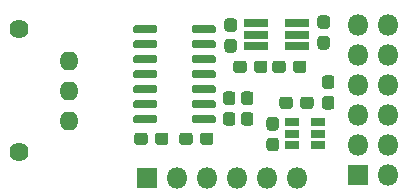
<source format=gbr>
%TF.GenerationSoftware,KiCad,Pcbnew,5.1.6-c6e7f7d~86~ubuntu18.04.1*%
%TF.CreationDate,2021-01-06T00:21:07-08:00*%
%TF.ProjectId,pmod_spdif,706d6f64-5f73-4706-9469-662e6b696361,rev?*%
%TF.SameCoordinates,Original*%
%TF.FileFunction,Soldermask,Top*%
%TF.FilePolarity,Negative*%
%FSLAX46Y46*%
G04 Gerber Fmt 4.6, Leading zero omitted, Abs format (unit mm)*
G04 Created by KiCad (PCBNEW 5.1.6-c6e7f7d~86~ubuntu18.04.1) date 2021-01-06 00:21:07*
%MOMM*%
%LPD*%
G01*
G04 APERTURE LIST*
%ADD10O,1.624000X1.624000*%
%ADD11C,1.624000*%
%ADD12R,2.100000X0.750000*%
%ADD13O,1.800000X1.800000*%
%ADD14R,1.800000X1.800000*%
%ADD15R,1.160000X0.750000*%
G04 APERTURE END LIST*
%TO.C,C6*%
G36*
G01*
X158868500Y-60893000D02*
X159393500Y-60893000D01*
G75*
G02*
X159656000Y-61155500I0J-262500D01*
G01*
X159656000Y-61780500D01*
G75*
G02*
X159393500Y-62043000I-262500J0D01*
G01*
X158868500Y-62043000D01*
G75*
G02*
X158606000Y-61780500I0J262500D01*
G01*
X158606000Y-61155500D01*
G75*
G02*
X158868500Y-60893000I262500J0D01*
G01*
G37*
G36*
G01*
X158868500Y-59143000D02*
X159393500Y-59143000D01*
G75*
G02*
X159656000Y-59405500I0J-262500D01*
G01*
X159656000Y-60030500D01*
G75*
G02*
X159393500Y-60293000I-262500J0D01*
G01*
X158868500Y-60293000D01*
G75*
G02*
X158606000Y-60030500I0J262500D01*
G01*
X158606000Y-59405500D01*
G75*
G02*
X158868500Y-59143000I262500J0D01*
G01*
G37*
%TD*%
D10*
%TO.C,U3*%
X137160000Y-57912000D03*
X137160000Y-60452000D03*
D11*
X132980000Y-55252000D03*
X132980000Y-65652000D03*
D10*
X137160000Y-62992000D03*
%TD*%
D12*
%TO.C,U2*%
X156464000Y-54742000D03*
X156464000Y-55692000D03*
X156464000Y-56642000D03*
X153044000Y-56642000D03*
X153044000Y-55692000D03*
X153044000Y-54742000D03*
%TD*%
D13*
%TO.C,J2*%
X156464000Y-67818000D03*
X153924000Y-67818000D03*
X151384000Y-67818000D03*
X148844000Y-67818000D03*
X146304000Y-67818000D03*
D14*
X143764000Y-67818000D03*
%TD*%
D15*
%TO.C,U4*%
X156042000Y-64074000D03*
X156042000Y-65024000D03*
X156042000Y-63124000D03*
X158242000Y-63124000D03*
X158242000Y-64074000D03*
X158242000Y-65024000D03*
%TD*%
%TO.C,R5*%
G36*
G01*
X154694500Y-63821000D02*
X154169500Y-63821000D01*
G75*
G02*
X153907000Y-63558500I0J262500D01*
G01*
X153907000Y-62933500D01*
G75*
G02*
X154169500Y-62671000I262500J0D01*
G01*
X154694500Y-62671000D01*
G75*
G02*
X154957000Y-62933500I0J-262500D01*
G01*
X154957000Y-63558500D01*
G75*
G02*
X154694500Y-63821000I-262500J0D01*
G01*
G37*
G36*
G01*
X154694500Y-65571000D02*
X154169500Y-65571000D01*
G75*
G02*
X153907000Y-65308500I0J262500D01*
G01*
X153907000Y-64683500D01*
G75*
G02*
X154169500Y-64421000I262500J0D01*
G01*
X154694500Y-64421000D01*
G75*
G02*
X154957000Y-64683500I0J-262500D01*
G01*
X154957000Y-65308500D01*
G75*
G02*
X154694500Y-65571000I-262500J0D01*
G01*
G37*
%TD*%
%TO.C,R4*%
G36*
G01*
X156750000Y-61730500D02*
X156750000Y-61205500D01*
G75*
G02*
X157012500Y-60943000I262500J0D01*
G01*
X157637500Y-60943000D01*
G75*
G02*
X157900000Y-61205500I0J-262500D01*
G01*
X157900000Y-61730500D01*
G75*
G02*
X157637500Y-61993000I-262500J0D01*
G01*
X157012500Y-61993000D01*
G75*
G02*
X156750000Y-61730500I0J262500D01*
G01*
G37*
G36*
G01*
X155000000Y-61730500D02*
X155000000Y-61205500D01*
G75*
G02*
X155262500Y-60943000I262500J0D01*
G01*
X155887500Y-60943000D01*
G75*
G02*
X156150000Y-61205500I0J-262500D01*
G01*
X156150000Y-61730500D01*
G75*
G02*
X155887500Y-61993000I-262500J0D01*
G01*
X155262500Y-61993000D01*
G75*
G02*
X155000000Y-61730500I0J262500D01*
G01*
G37*
%TD*%
D13*
%TO.C,J1*%
X164211000Y-54864000D03*
X161671000Y-54864000D03*
X164211000Y-57404000D03*
X161671000Y-57404000D03*
X164211000Y-59944000D03*
X161671000Y-59944000D03*
X164211000Y-62484000D03*
X161671000Y-62484000D03*
X164211000Y-65024000D03*
X161671000Y-65024000D03*
X164211000Y-67564000D03*
D14*
X161671000Y-67564000D03*
%TD*%
%TO.C,C5*%
G36*
G01*
X144459000Y-64778500D02*
X144459000Y-64253500D01*
G75*
G02*
X144721500Y-63991000I262500J0D01*
G01*
X145346500Y-63991000D01*
G75*
G02*
X145609000Y-64253500I0J-262500D01*
G01*
X145609000Y-64778500D01*
G75*
G02*
X145346500Y-65041000I-262500J0D01*
G01*
X144721500Y-65041000D01*
G75*
G02*
X144459000Y-64778500I0J262500D01*
G01*
G37*
G36*
G01*
X142709000Y-64778500D02*
X142709000Y-64253500D01*
G75*
G02*
X142971500Y-63991000I262500J0D01*
G01*
X143596500Y-63991000D01*
G75*
G02*
X143859000Y-64253500I0J-262500D01*
G01*
X143859000Y-64778500D01*
G75*
G02*
X143596500Y-65041000I-262500J0D01*
G01*
X142971500Y-65041000D01*
G75*
G02*
X142709000Y-64778500I0J262500D01*
G01*
G37*
%TD*%
%TO.C,U1*%
G36*
G01*
X144665000Y-62690000D02*
X144665000Y-63040000D01*
G75*
G02*
X144490000Y-63215000I-175000J0D01*
G01*
X142790000Y-63215000D01*
G75*
G02*
X142615000Y-63040000I0J175000D01*
G01*
X142615000Y-62690000D01*
G75*
G02*
X142790000Y-62515000I175000J0D01*
G01*
X144490000Y-62515000D01*
G75*
G02*
X144665000Y-62690000I0J-175000D01*
G01*
G37*
G36*
G01*
X144665000Y-61420000D02*
X144665000Y-61770000D01*
G75*
G02*
X144490000Y-61945000I-175000J0D01*
G01*
X142790000Y-61945000D01*
G75*
G02*
X142615000Y-61770000I0J175000D01*
G01*
X142615000Y-61420000D01*
G75*
G02*
X142790000Y-61245000I175000J0D01*
G01*
X144490000Y-61245000D01*
G75*
G02*
X144665000Y-61420000I0J-175000D01*
G01*
G37*
G36*
G01*
X144665000Y-60150000D02*
X144665000Y-60500000D01*
G75*
G02*
X144490000Y-60675000I-175000J0D01*
G01*
X142790000Y-60675000D01*
G75*
G02*
X142615000Y-60500000I0J175000D01*
G01*
X142615000Y-60150000D01*
G75*
G02*
X142790000Y-59975000I175000J0D01*
G01*
X144490000Y-59975000D01*
G75*
G02*
X144665000Y-60150000I0J-175000D01*
G01*
G37*
G36*
G01*
X144665000Y-58880000D02*
X144665000Y-59230000D01*
G75*
G02*
X144490000Y-59405000I-175000J0D01*
G01*
X142790000Y-59405000D01*
G75*
G02*
X142615000Y-59230000I0J175000D01*
G01*
X142615000Y-58880000D01*
G75*
G02*
X142790000Y-58705000I175000J0D01*
G01*
X144490000Y-58705000D01*
G75*
G02*
X144665000Y-58880000I0J-175000D01*
G01*
G37*
G36*
G01*
X144665000Y-57610000D02*
X144665000Y-57960000D01*
G75*
G02*
X144490000Y-58135000I-175000J0D01*
G01*
X142790000Y-58135000D01*
G75*
G02*
X142615000Y-57960000I0J175000D01*
G01*
X142615000Y-57610000D01*
G75*
G02*
X142790000Y-57435000I175000J0D01*
G01*
X144490000Y-57435000D01*
G75*
G02*
X144665000Y-57610000I0J-175000D01*
G01*
G37*
G36*
G01*
X144665000Y-56340000D02*
X144665000Y-56690000D01*
G75*
G02*
X144490000Y-56865000I-175000J0D01*
G01*
X142790000Y-56865000D01*
G75*
G02*
X142615000Y-56690000I0J175000D01*
G01*
X142615000Y-56340000D01*
G75*
G02*
X142790000Y-56165000I175000J0D01*
G01*
X144490000Y-56165000D01*
G75*
G02*
X144665000Y-56340000I0J-175000D01*
G01*
G37*
G36*
G01*
X144665000Y-55070000D02*
X144665000Y-55420000D01*
G75*
G02*
X144490000Y-55595000I-175000J0D01*
G01*
X142790000Y-55595000D01*
G75*
G02*
X142615000Y-55420000I0J175000D01*
G01*
X142615000Y-55070000D01*
G75*
G02*
X142790000Y-54895000I175000J0D01*
G01*
X144490000Y-54895000D01*
G75*
G02*
X144665000Y-55070000I0J-175000D01*
G01*
G37*
G36*
G01*
X149615000Y-55070000D02*
X149615000Y-55420000D01*
G75*
G02*
X149440000Y-55595000I-175000J0D01*
G01*
X147740000Y-55595000D01*
G75*
G02*
X147565000Y-55420000I0J175000D01*
G01*
X147565000Y-55070000D01*
G75*
G02*
X147740000Y-54895000I175000J0D01*
G01*
X149440000Y-54895000D01*
G75*
G02*
X149615000Y-55070000I0J-175000D01*
G01*
G37*
G36*
G01*
X149615000Y-56340000D02*
X149615000Y-56690000D01*
G75*
G02*
X149440000Y-56865000I-175000J0D01*
G01*
X147740000Y-56865000D01*
G75*
G02*
X147565000Y-56690000I0J175000D01*
G01*
X147565000Y-56340000D01*
G75*
G02*
X147740000Y-56165000I175000J0D01*
G01*
X149440000Y-56165000D01*
G75*
G02*
X149615000Y-56340000I0J-175000D01*
G01*
G37*
G36*
G01*
X149615000Y-57610000D02*
X149615000Y-57960000D01*
G75*
G02*
X149440000Y-58135000I-175000J0D01*
G01*
X147740000Y-58135000D01*
G75*
G02*
X147565000Y-57960000I0J175000D01*
G01*
X147565000Y-57610000D01*
G75*
G02*
X147740000Y-57435000I175000J0D01*
G01*
X149440000Y-57435000D01*
G75*
G02*
X149615000Y-57610000I0J-175000D01*
G01*
G37*
G36*
G01*
X149615000Y-58880000D02*
X149615000Y-59230000D01*
G75*
G02*
X149440000Y-59405000I-175000J0D01*
G01*
X147740000Y-59405000D01*
G75*
G02*
X147565000Y-59230000I0J175000D01*
G01*
X147565000Y-58880000D01*
G75*
G02*
X147740000Y-58705000I175000J0D01*
G01*
X149440000Y-58705000D01*
G75*
G02*
X149615000Y-58880000I0J-175000D01*
G01*
G37*
G36*
G01*
X149615000Y-60150000D02*
X149615000Y-60500000D01*
G75*
G02*
X149440000Y-60675000I-175000J0D01*
G01*
X147740000Y-60675000D01*
G75*
G02*
X147565000Y-60500000I0J175000D01*
G01*
X147565000Y-60150000D01*
G75*
G02*
X147740000Y-59975000I175000J0D01*
G01*
X149440000Y-59975000D01*
G75*
G02*
X149615000Y-60150000I0J-175000D01*
G01*
G37*
G36*
G01*
X149615000Y-61420000D02*
X149615000Y-61770000D01*
G75*
G02*
X149440000Y-61945000I-175000J0D01*
G01*
X147740000Y-61945000D01*
G75*
G02*
X147565000Y-61770000I0J175000D01*
G01*
X147565000Y-61420000D01*
G75*
G02*
X147740000Y-61245000I175000J0D01*
G01*
X149440000Y-61245000D01*
G75*
G02*
X149615000Y-61420000I0J-175000D01*
G01*
G37*
G36*
G01*
X149615000Y-62690000D02*
X149615000Y-63040000D01*
G75*
G02*
X149440000Y-63215000I-175000J0D01*
G01*
X147740000Y-63215000D01*
G75*
G02*
X147565000Y-63040000I0J175000D01*
G01*
X147565000Y-62690000D01*
G75*
G02*
X147740000Y-62515000I175000J0D01*
G01*
X149440000Y-62515000D01*
G75*
G02*
X149615000Y-62690000I0J-175000D01*
G01*
G37*
%TD*%
%TO.C,R3*%
G36*
G01*
X148269000Y-64778500D02*
X148269000Y-64253500D01*
G75*
G02*
X148531500Y-63991000I262500J0D01*
G01*
X149156500Y-63991000D01*
G75*
G02*
X149419000Y-64253500I0J-262500D01*
G01*
X149419000Y-64778500D01*
G75*
G02*
X149156500Y-65041000I-262500J0D01*
G01*
X148531500Y-65041000D01*
G75*
G02*
X148269000Y-64778500I0J262500D01*
G01*
G37*
G36*
G01*
X146519000Y-64778500D02*
X146519000Y-64253500D01*
G75*
G02*
X146781500Y-63991000I262500J0D01*
G01*
X147406500Y-63991000D01*
G75*
G02*
X147669000Y-64253500I0J-262500D01*
G01*
X147669000Y-64778500D01*
G75*
G02*
X147406500Y-65041000I-262500J0D01*
G01*
X146781500Y-65041000D01*
G75*
G02*
X146519000Y-64778500I0J262500D01*
G01*
G37*
%TD*%
%TO.C,R2*%
G36*
G01*
X151011500Y-61662000D02*
X150486500Y-61662000D01*
G75*
G02*
X150224000Y-61399500I0J262500D01*
G01*
X150224000Y-60774500D01*
G75*
G02*
X150486500Y-60512000I262500J0D01*
G01*
X151011500Y-60512000D01*
G75*
G02*
X151274000Y-60774500I0J-262500D01*
G01*
X151274000Y-61399500D01*
G75*
G02*
X151011500Y-61662000I-262500J0D01*
G01*
G37*
G36*
G01*
X151011500Y-63412000D02*
X150486500Y-63412000D01*
G75*
G02*
X150224000Y-63149500I0J262500D01*
G01*
X150224000Y-62524500D01*
G75*
G02*
X150486500Y-62262000I262500J0D01*
G01*
X151011500Y-62262000D01*
G75*
G02*
X151274000Y-62524500I0J-262500D01*
G01*
X151274000Y-63149500D01*
G75*
G02*
X151011500Y-63412000I-262500J0D01*
G01*
G37*
%TD*%
%TO.C,R1*%
G36*
G01*
X152241000Y-58157500D02*
X152241000Y-58682500D01*
G75*
G02*
X151978500Y-58945000I-262500J0D01*
G01*
X151353500Y-58945000D01*
G75*
G02*
X151091000Y-58682500I0J262500D01*
G01*
X151091000Y-58157500D01*
G75*
G02*
X151353500Y-57895000I262500J0D01*
G01*
X151978500Y-57895000D01*
G75*
G02*
X152241000Y-58157500I0J-262500D01*
G01*
G37*
G36*
G01*
X153991000Y-58157500D02*
X153991000Y-58682500D01*
G75*
G02*
X153728500Y-58945000I-262500J0D01*
G01*
X153103500Y-58945000D01*
G75*
G02*
X152841000Y-58682500I0J262500D01*
G01*
X152841000Y-58157500D01*
G75*
G02*
X153103500Y-57895000I262500J0D01*
G01*
X153728500Y-57895000D01*
G75*
G02*
X153991000Y-58157500I0J-262500D01*
G01*
G37*
%TD*%
%TO.C,C4*%
G36*
G01*
X150613500Y-56067000D02*
X151138500Y-56067000D01*
G75*
G02*
X151401000Y-56329500I0J-262500D01*
G01*
X151401000Y-56954500D01*
G75*
G02*
X151138500Y-57217000I-262500J0D01*
G01*
X150613500Y-57217000D01*
G75*
G02*
X150351000Y-56954500I0J262500D01*
G01*
X150351000Y-56329500D01*
G75*
G02*
X150613500Y-56067000I262500J0D01*
G01*
G37*
G36*
G01*
X150613500Y-54317000D02*
X151138500Y-54317000D01*
G75*
G02*
X151401000Y-54579500I0J-262500D01*
G01*
X151401000Y-55204500D01*
G75*
G02*
X151138500Y-55467000I-262500J0D01*
G01*
X150613500Y-55467000D01*
G75*
G02*
X150351000Y-55204500I0J262500D01*
G01*
X150351000Y-54579500D01*
G75*
G02*
X150613500Y-54317000I262500J0D01*
G01*
G37*
%TD*%
%TO.C,C3*%
G36*
G01*
X158487500Y-55813000D02*
X159012500Y-55813000D01*
G75*
G02*
X159275000Y-56075500I0J-262500D01*
G01*
X159275000Y-56700500D01*
G75*
G02*
X159012500Y-56963000I-262500J0D01*
G01*
X158487500Y-56963000D01*
G75*
G02*
X158225000Y-56700500I0J262500D01*
G01*
X158225000Y-56075500D01*
G75*
G02*
X158487500Y-55813000I262500J0D01*
G01*
G37*
G36*
G01*
X158487500Y-54063000D02*
X159012500Y-54063000D01*
G75*
G02*
X159275000Y-54325500I0J-262500D01*
G01*
X159275000Y-54950500D01*
G75*
G02*
X159012500Y-55213000I-262500J0D01*
G01*
X158487500Y-55213000D01*
G75*
G02*
X158225000Y-54950500I0J262500D01*
G01*
X158225000Y-54325500D01*
G75*
G02*
X158487500Y-54063000I262500J0D01*
G01*
G37*
%TD*%
%TO.C,C2*%
G36*
G01*
X152010500Y-62262000D02*
X152535500Y-62262000D01*
G75*
G02*
X152798000Y-62524500I0J-262500D01*
G01*
X152798000Y-63149500D01*
G75*
G02*
X152535500Y-63412000I-262500J0D01*
G01*
X152010500Y-63412000D01*
G75*
G02*
X151748000Y-63149500I0J262500D01*
G01*
X151748000Y-62524500D01*
G75*
G02*
X152010500Y-62262000I262500J0D01*
G01*
G37*
G36*
G01*
X152010500Y-60512000D02*
X152535500Y-60512000D01*
G75*
G02*
X152798000Y-60774500I0J-262500D01*
G01*
X152798000Y-61399500D01*
G75*
G02*
X152535500Y-61662000I-262500J0D01*
G01*
X152010500Y-61662000D01*
G75*
G02*
X151748000Y-61399500I0J262500D01*
G01*
X151748000Y-60774500D01*
G75*
G02*
X152010500Y-60512000I262500J0D01*
G01*
G37*
%TD*%
%TO.C,C1*%
G36*
G01*
X155543000Y-58157500D02*
X155543000Y-58682500D01*
G75*
G02*
X155280500Y-58945000I-262500J0D01*
G01*
X154655500Y-58945000D01*
G75*
G02*
X154393000Y-58682500I0J262500D01*
G01*
X154393000Y-58157500D01*
G75*
G02*
X154655500Y-57895000I262500J0D01*
G01*
X155280500Y-57895000D01*
G75*
G02*
X155543000Y-58157500I0J-262500D01*
G01*
G37*
G36*
G01*
X157293000Y-58157500D02*
X157293000Y-58682500D01*
G75*
G02*
X157030500Y-58945000I-262500J0D01*
G01*
X156405500Y-58945000D01*
G75*
G02*
X156143000Y-58682500I0J262500D01*
G01*
X156143000Y-58157500D01*
G75*
G02*
X156405500Y-57895000I262500J0D01*
G01*
X157030500Y-57895000D01*
G75*
G02*
X157293000Y-58157500I0J-262500D01*
G01*
G37*
%TD*%
M02*

</source>
